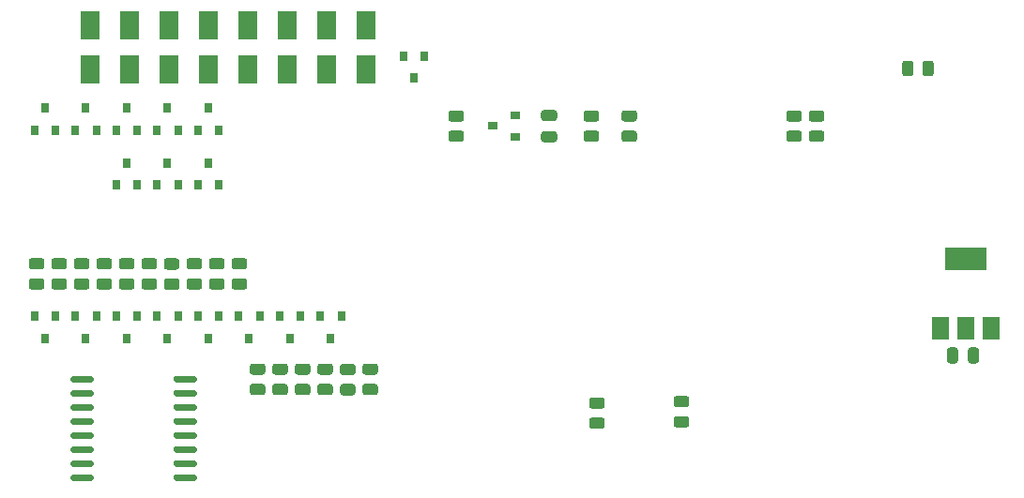
<source format=gtp>
G04 #@! TF.GenerationSoftware,KiCad,Pcbnew,5.1.12-84ad8e8a86~92~ubuntu20.04.1*
G04 #@! TF.CreationDate,2022-02-11T20:38:02+01:00*
G04 #@! TF.ProjectId,ESPHome-Thermostat-pcb,45535048-6f6d-4652-9d54-6865726d6f73,2.0*
G04 #@! TF.SameCoordinates,Original*
G04 #@! TF.FileFunction,Paste,Top*
G04 #@! TF.FilePolarity,Positive*
%FSLAX46Y46*%
G04 Gerber Fmt 4.6, Leading zero omitted, Abs format (unit mm)*
G04 Created by KiCad (PCBNEW 5.1.12-84ad8e8a86~92~ubuntu20.04.1) date 2022-02-11 20:38:02*
%MOMM*%
%LPD*%
G01*
G04 APERTURE LIST*
%ADD10R,0.800000X0.900000*%
%ADD11R,1.500000X2.000000*%
%ADD12R,3.800000X2.000000*%
%ADD13R,0.900000X0.800000*%
%ADD14R,1.800000X2.500000*%
G04 APERTURE END LIST*
G36*
G01*
X102304002Y-95612000D02*
X101403998Y-95612000D01*
G75*
G02*
X101154000Y-95362002I0J249998D01*
G01*
X101154000Y-94836998D01*
G75*
G02*
X101403998Y-94587000I249998J0D01*
G01*
X102304002Y-94587000D01*
G75*
G02*
X102554000Y-94836998I0J-249998D01*
G01*
X102554000Y-95362002D01*
G75*
G02*
X102304002Y-95612000I-249998J0D01*
G01*
G37*
G36*
G01*
X102304002Y-97437000D02*
X101403998Y-97437000D01*
G75*
G02*
X101154000Y-97187002I0J249998D01*
G01*
X101154000Y-96661998D01*
G75*
G02*
X101403998Y-96412000I249998J0D01*
G01*
X102304002Y-96412000D01*
G75*
G02*
X102554000Y-96661998I0J-249998D01*
G01*
X102554000Y-97187002D01*
G75*
G02*
X102304002Y-97437000I-249998J0D01*
G01*
G37*
G36*
G01*
X109023998Y-96285000D02*
X109924002Y-96285000D01*
G75*
G02*
X110174000Y-96534998I0J-249998D01*
G01*
X110174000Y-97060002D01*
G75*
G02*
X109924002Y-97310000I-249998J0D01*
G01*
X109023998Y-97310000D01*
G75*
G02*
X108774000Y-97060002I0J249998D01*
G01*
X108774000Y-96534998D01*
G75*
G02*
X109023998Y-96285000I249998J0D01*
G01*
G37*
G36*
G01*
X109023998Y-94460000D02*
X109924002Y-94460000D01*
G75*
G02*
X110174000Y-94709998I0J-249998D01*
G01*
X110174000Y-95235002D01*
G75*
G02*
X109924002Y-95485000I-249998J0D01*
G01*
X109023998Y-95485000D01*
G75*
G02*
X108774000Y-95235002I0J249998D01*
G01*
X108774000Y-94709998D01*
G75*
G02*
X109023998Y-94460000I249998J0D01*
G01*
G37*
G36*
G01*
X89604002Y-69704000D02*
X88703998Y-69704000D01*
G75*
G02*
X88454000Y-69454002I0J249998D01*
G01*
X88454000Y-68928998D01*
G75*
G02*
X88703998Y-68679000I249998J0D01*
G01*
X89604002Y-68679000D01*
G75*
G02*
X89854000Y-68928998I0J-249998D01*
G01*
X89854000Y-69454002D01*
G75*
G02*
X89604002Y-69704000I-249998J0D01*
G01*
G37*
G36*
G01*
X89604002Y-71529000D02*
X88703998Y-71529000D01*
G75*
G02*
X88454000Y-71279002I0J249998D01*
G01*
X88454000Y-70753998D01*
G75*
G02*
X88703998Y-70504000I249998J0D01*
G01*
X89604002Y-70504000D01*
G75*
G02*
X89854000Y-70753998I0J-249998D01*
G01*
X89854000Y-71279002D01*
G75*
G02*
X89604002Y-71529000I-249998J0D01*
G01*
G37*
D10*
X85344000Y-65770000D03*
X84394000Y-63770000D03*
X86294000Y-63770000D03*
G36*
G01*
X121215998Y-70504000D02*
X122116002Y-70504000D01*
G75*
G02*
X122366000Y-70753998I0J-249998D01*
G01*
X122366000Y-71279002D01*
G75*
G02*
X122116002Y-71529000I-249998J0D01*
G01*
X121215998Y-71529000D01*
G75*
G02*
X120966000Y-71279002I0J249998D01*
G01*
X120966000Y-70753998D01*
G75*
G02*
X121215998Y-70504000I249998J0D01*
G01*
G37*
G36*
G01*
X121215998Y-68679000D02*
X122116002Y-68679000D01*
G75*
G02*
X122366000Y-68928998I0J-249998D01*
G01*
X122366000Y-69454002D01*
G75*
G02*
X122116002Y-69704000I-249998J0D01*
G01*
X121215998Y-69704000D01*
G75*
G02*
X120966000Y-69454002I0J249998D01*
G01*
X120966000Y-68928998D01*
G75*
G02*
X121215998Y-68679000I249998J0D01*
G01*
G37*
G36*
G01*
X120084002Y-69704000D02*
X119183998Y-69704000D01*
G75*
G02*
X118934000Y-69454002I0J249998D01*
G01*
X118934000Y-68928998D01*
G75*
G02*
X119183998Y-68679000I249998J0D01*
G01*
X120084002Y-68679000D01*
G75*
G02*
X120334000Y-68928998I0J-249998D01*
G01*
X120334000Y-69454002D01*
G75*
G02*
X120084002Y-69704000I-249998J0D01*
G01*
G37*
G36*
G01*
X120084002Y-71529000D02*
X119183998Y-71529000D01*
G75*
G02*
X118934000Y-71279002I0J249998D01*
G01*
X118934000Y-70753998D01*
G75*
G02*
X119183998Y-70504000I249998J0D01*
G01*
X120084002Y-70504000D01*
G75*
G02*
X120334000Y-70753998I0J-249998D01*
G01*
X120334000Y-71279002D01*
G75*
G02*
X120084002Y-71529000I-249998J0D01*
G01*
G37*
G36*
G01*
X101796002Y-69704000D02*
X100895998Y-69704000D01*
G75*
G02*
X100646000Y-69454002I0J249998D01*
G01*
X100646000Y-68928998D01*
G75*
G02*
X100895998Y-68679000I249998J0D01*
G01*
X101796002Y-68679000D01*
G75*
G02*
X102046000Y-68928998I0J-249998D01*
G01*
X102046000Y-69454002D01*
G75*
G02*
X101796002Y-69704000I-249998J0D01*
G01*
G37*
G36*
G01*
X101796002Y-71529000D02*
X100895998Y-71529000D01*
G75*
G02*
X100646000Y-71279002I0J249998D01*
G01*
X100646000Y-70753998D01*
G75*
G02*
X100895998Y-70504000I249998J0D01*
G01*
X101796002Y-70504000D01*
G75*
G02*
X102046000Y-70753998I0J-249998D01*
G01*
X102046000Y-71279002D01*
G75*
G02*
X101796002Y-71529000I-249998J0D01*
G01*
G37*
G36*
G01*
X105225002Y-69704000D02*
X104324998Y-69704000D01*
G75*
G02*
X104075000Y-69454002I0J249998D01*
G01*
X104075000Y-68928998D01*
G75*
G02*
X104324998Y-68679000I249998J0D01*
G01*
X105225002Y-68679000D01*
G75*
G02*
X105475000Y-68928998I0J-249998D01*
G01*
X105475000Y-69454002D01*
G75*
G02*
X105225002Y-69704000I-249998J0D01*
G01*
G37*
G36*
G01*
X105225002Y-71529000D02*
X104324998Y-71529000D01*
G75*
G02*
X104075000Y-71279002I0J249998D01*
G01*
X104075000Y-70753998D01*
G75*
G02*
X104324998Y-70504000I249998J0D01*
G01*
X105225002Y-70504000D01*
G75*
G02*
X105475000Y-70753998I0J-249998D01*
G01*
X105475000Y-71279002D01*
G75*
G02*
X105225002Y-71529000I-249998J0D01*
G01*
G37*
G36*
G01*
X65982002Y-83039000D02*
X65081998Y-83039000D01*
G75*
G02*
X64832000Y-82789002I0J249998D01*
G01*
X64832000Y-82263998D01*
G75*
G02*
X65081998Y-82014000I249998J0D01*
G01*
X65982002Y-82014000D01*
G75*
G02*
X66232000Y-82263998I0J-249998D01*
G01*
X66232000Y-82789002D01*
G75*
G02*
X65982002Y-83039000I-249998J0D01*
G01*
G37*
G36*
G01*
X65982002Y-84864000D02*
X65081998Y-84864000D01*
G75*
G02*
X64832000Y-84614002I0J249998D01*
G01*
X64832000Y-84088998D01*
G75*
G02*
X65081998Y-83839000I249998J0D01*
G01*
X65982002Y-83839000D01*
G75*
G02*
X66232000Y-84088998I0J-249998D01*
G01*
X66232000Y-84614002D01*
G75*
G02*
X65982002Y-84864000I-249998J0D01*
G01*
G37*
G36*
G01*
X63049998Y-83862500D02*
X63950002Y-83862500D01*
G75*
G02*
X64200000Y-84112498I0J-249998D01*
G01*
X64200000Y-84637502D01*
G75*
G02*
X63950002Y-84887500I-249998J0D01*
G01*
X63049998Y-84887500D01*
G75*
G02*
X62800000Y-84637502I0J249998D01*
G01*
X62800000Y-84112498D01*
G75*
G02*
X63049998Y-83862500I249998J0D01*
G01*
G37*
G36*
G01*
X63049998Y-82037500D02*
X63950002Y-82037500D01*
G75*
G02*
X64200000Y-82287498I0J-249998D01*
G01*
X64200000Y-82812502D01*
G75*
G02*
X63950002Y-83062500I-249998J0D01*
G01*
X63049998Y-83062500D01*
G75*
G02*
X62800000Y-82812502I0J249998D01*
G01*
X62800000Y-82287498D01*
G75*
G02*
X63049998Y-82037500I249998J0D01*
G01*
G37*
G36*
G01*
X70046002Y-83039000D02*
X69145998Y-83039000D01*
G75*
G02*
X68896000Y-82789002I0J249998D01*
G01*
X68896000Y-82263998D01*
G75*
G02*
X69145998Y-82014000I249998J0D01*
G01*
X70046002Y-82014000D01*
G75*
G02*
X70296000Y-82263998I0J-249998D01*
G01*
X70296000Y-82789002D01*
G75*
G02*
X70046002Y-83039000I-249998J0D01*
G01*
G37*
G36*
G01*
X70046002Y-84864000D02*
X69145998Y-84864000D01*
G75*
G02*
X68896000Y-84614002I0J249998D01*
G01*
X68896000Y-84088998D01*
G75*
G02*
X69145998Y-83839000I249998J0D01*
G01*
X70046002Y-83839000D01*
G75*
G02*
X70296000Y-84088998I0J-249998D01*
G01*
X70296000Y-84614002D01*
G75*
G02*
X70046002Y-84864000I-249998J0D01*
G01*
G37*
G36*
G01*
X67113998Y-83839000D02*
X68014002Y-83839000D01*
G75*
G02*
X68264000Y-84088998I0J-249998D01*
G01*
X68264000Y-84614002D01*
G75*
G02*
X68014002Y-84864000I-249998J0D01*
G01*
X67113998Y-84864000D01*
G75*
G02*
X66864000Y-84614002I0J249998D01*
G01*
X66864000Y-84088998D01*
G75*
G02*
X67113998Y-83839000I249998J0D01*
G01*
G37*
G36*
G01*
X67113998Y-82014000D02*
X68014002Y-82014000D01*
G75*
G02*
X68264000Y-82263998I0J-249998D01*
G01*
X68264000Y-82789002D01*
G75*
G02*
X68014002Y-83039000I-249998J0D01*
G01*
X67113998Y-83039000D01*
G75*
G02*
X66864000Y-82789002I0J249998D01*
G01*
X66864000Y-82263998D01*
G75*
G02*
X67113998Y-82014000I249998J0D01*
G01*
G37*
G36*
G01*
X72828998Y-93364000D02*
X73729002Y-93364000D01*
G75*
G02*
X73979000Y-93613998I0J-249998D01*
G01*
X73979000Y-94139002D01*
G75*
G02*
X73729002Y-94389000I-249998J0D01*
G01*
X72828998Y-94389000D01*
G75*
G02*
X72579000Y-94139002I0J249998D01*
G01*
X72579000Y-93613998D01*
G75*
G02*
X72828998Y-93364000I249998J0D01*
G01*
G37*
G36*
G01*
X72828998Y-91539000D02*
X73729002Y-91539000D01*
G75*
G02*
X73979000Y-91788998I0J-249998D01*
G01*
X73979000Y-92314002D01*
G75*
G02*
X73729002Y-92564000I-249998J0D01*
G01*
X72828998Y-92564000D01*
G75*
G02*
X72579000Y-92314002I0J249998D01*
G01*
X72579000Y-91788998D01*
G75*
G02*
X72828998Y-91539000I249998J0D01*
G01*
G37*
G36*
G01*
X71697002Y-92564000D02*
X70796998Y-92564000D01*
G75*
G02*
X70547000Y-92314002I0J249998D01*
G01*
X70547000Y-91788998D01*
G75*
G02*
X70796998Y-91539000I249998J0D01*
G01*
X71697002Y-91539000D01*
G75*
G02*
X71947000Y-91788998I0J-249998D01*
G01*
X71947000Y-92314002D01*
G75*
G02*
X71697002Y-92564000I-249998J0D01*
G01*
G37*
G36*
G01*
X71697002Y-94389000D02*
X70796998Y-94389000D01*
G75*
G02*
X70547000Y-94139002I0J249998D01*
G01*
X70547000Y-93613998D01*
G75*
G02*
X70796998Y-93364000I249998J0D01*
G01*
X71697002Y-93364000D01*
G75*
G02*
X71947000Y-93613998I0J-249998D01*
G01*
X71947000Y-94139002D01*
G75*
G02*
X71697002Y-94389000I-249998J0D01*
G01*
G37*
G36*
G01*
X53790002Y-83039000D02*
X52889998Y-83039000D01*
G75*
G02*
X52640000Y-82789002I0J249998D01*
G01*
X52640000Y-82263998D01*
G75*
G02*
X52889998Y-82014000I249998J0D01*
G01*
X53790002Y-82014000D01*
G75*
G02*
X54040000Y-82263998I0J-249998D01*
G01*
X54040000Y-82789002D01*
G75*
G02*
X53790002Y-83039000I-249998J0D01*
G01*
G37*
G36*
G01*
X53790002Y-84864000D02*
X52889998Y-84864000D01*
G75*
G02*
X52640000Y-84614002I0J249998D01*
G01*
X52640000Y-84088998D01*
G75*
G02*
X52889998Y-83839000I249998J0D01*
G01*
X53790002Y-83839000D01*
G75*
G02*
X54040000Y-84088998I0J-249998D01*
G01*
X54040000Y-84614002D01*
G75*
G02*
X53790002Y-84864000I-249998J0D01*
G01*
G37*
G36*
G01*
X50857998Y-83839000D02*
X51758002Y-83839000D01*
G75*
G02*
X52008000Y-84088998I0J-249998D01*
G01*
X52008000Y-84614002D01*
G75*
G02*
X51758002Y-84864000I-249998J0D01*
G01*
X50857998Y-84864000D01*
G75*
G02*
X50608000Y-84614002I0J249998D01*
G01*
X50608000Y-84088998D01*
G75*
G02*
X50857998Y-83839000I249998J0D01*
G01*
G37*
G36*
G01*
X50857998Y-82014000D02*
X51758002Y-82014000D01*
G75*
G02*
X52008000Y-82263998I0J-249998D01*
G01*
X52008000Y-82789002D01*
G75*
G02*
X51758002Y-83039000I-249998J0D01*
G01*
X50857998Y-83039000D01*
G75*
G02*
X50608000Y-82789002I0J249998D01*
G01*
X50608000Y-82263998D01*
G75*
G02*
X50857998Y-82014000I249998J0D01*
G01*
G37*
G36*
G01*
X57854002Y-83039000D02*
X56953998Y-83039000D01*
G75*
G02*
X56704000Y-82789002I0J249998D01*
G01*
X56704000Y-82263998D01*
G75*
G02*
X56953998Y-82014000I249998J0D01*
G01*
X57854002Y-82014000D01*
G75*
G02*
X58104000Y-82263998I0J-249998D01*
G01*
X58104000Y-82789002D01*
G75*
G02*
X57854002Y-83039000I-249998J0D01*
G01*
G37*
G36*
G01*
X57854002Y-84864000D02*
X56953998Y-84864000D01*
G75*
G02*
X56704000Y-84614002I0J249998D01*
G01*
X56704000Y-84088998D01*
G75*
G02*
X56953998Y-83839000I249998J0D01*
G01*
X57854002Y-83839000D01*
G75*
G02*
X58104000Y-84088998I0J-249998D01*
G01*
X58104000Y-84614002D01*
G75*
G02*
X57854002Y-84864000I-249998J0D01*
G01*
G37*
G36*
G01*
X54921998Y-83839000D02*
X55822002Y-83839000D01*
G75*
G02*
X56072000Y-84088998I0J-249998D01*
G01*
X56072000Y-84614002D01*
G75*
G02*
X55822002Y-84864000I-249998J0D01*
G01*
X54921998Y-84864000D01*
G75*
G02*
X54672000Y-84614002I0J249998D01*
G01*
X54672000Y-84088998D01*
G75*
G02*
X54921998Y-83839000I249998J0D01*
G01*
G37*
G36*
G01*
X54921998Y-82014000D02*
X55822002Y-82014000D01*
G75*
G02*
X56072000Y-82263998I0J-249998D01*
G01*
X56072000Y-82789002D01*
G75*
G02*
X55822002Y-83039000I-249998J0D01*
G01*
X54921998Y-83039000D01*
G75*
G02*
X54672000Y-82789002I0J249998D01*
G01*
X54672000Y-82263998D01*
G75*
G02*
X54921998Y-82014000I249998J0D01*
G01*
G37*
G36*
G01*
X76892998Y-93364000D02*
X77793002Y-93364000D01*
G75*
G02*
X78043000Y-93613998I0J-249998D01*
G01*
X78043000Y-94139002D01*
G75*
G02*
X77793002Y-94389000I-249998J0D01*
G01*
X76892998Y-94389000D01*
G75*
G02*
X76643000Y-94139002I0J249998D01*
G01*
X76643000Y-93613998D01*
G75*
G02*
X76892998Y-93364000I249998J0D01*
G01*
G37*
G36*
G01*
X76892998Y-91539000D02*
X77793002Y-91539000D01*
G75*
G02*
X78043000Y-91788998I0J-249998D01*
G01*
X78043000Y-92314002D01*
G75*
G02*
X77793002Y-92564000I-249998J0D01*
G01*
X76892998Y-92564000D01*
G75*
G02*
X76643000Y-92314002I0J249998D01*
G01*
X76643000Y-91788998D01*
G75*
G02*
X76892998Y-91539000I249998J0D01*
G01*
G37*
G36*
G01*
X75761002Y-92564000D02*
X74860998Y-92564000D01*
G75*
G02*
X74611000Y-92314002I0J249998D01*
G01*
X74611000Y-91788998D01*
G75*
G02*
X74860998Y-91539000I249998J0D01*
G01*
X75761002Y-91539000D01*
G75*
G02*
X76011000Y-91788998I0J-249998D01*
G01*
X76011000Y-92314002D01*
G75*
G02*
X75761002Y-92564000I-249998J0D01*
G01*
G37*
G36*
G01*
X75761002Y-94389000D02*
X74860998Y-94389000D01*
G75*
G02*
X74611000Y-94139002I0J249998D01*
G01*
X74611000Y-93613998D01*
G75*
G02*
X74860998Y-93364000I249998J0D01*
G01*
X75761002Y-93364000D01*
G75*
G02*
X76011000Y-93613998I0J-249998D01*
G01*
X76011000Y-94139002D01*
G75*
G02*
X75761002Y-94389000I-249998J0D01*
G01*
G37*
G36*
G01*
X61918002Y-83039000D02*
X61017998Y-83039000D01*
G75*
G02*
X60768000Y-82789002I0J249998D01*
G01*
X60768000Y-82263998D01*
G75*
G02*
X61017998Y-82014000I249998J0D01*
G01*
X61918002Y-82014000D01*
G75*
G02*
X62168000Y-82263998I0J-249998D01*
G01*
X62168000Y-82789002D01*
G75*
G02*
X61918002Y-83039000I-249998J0D01*
G01*
G37*
G36*
G01*
X61918002Y-84864000D02*
X61017998Y-84864000D01*
G75*
G02*
X60768000Y-84614002I0J249998D01*
G01*
X60768000Y-84088998D01*
G75*
G02*
X61017998Y-83839000I249998J0D01*
G01*
X61918002Y-83839000D01*
G75*
G02*
X62168000Y-84088998I0J-249998D01*
G01*
X62168000Y-84614002D01*
G75*
G02*
X61918002Y-84864000I-249998J0D01*
G01*
G37*
G36*
G01*
X58985998Y-83839000D02*
X59886002Y-83839000D01*
G75*
G02*
X60136000Y-84088998I0J-249998D01*
G01*
X60136000Y-84614002D01*
G75*
G02*
X59886002Y-84864000I-249998J0D01*
G01*
X58985998Y-84864000D01*
G75*
G02*
X58736000Y-84614002I0J249998D01*
G01*
X58736000Y-84088998D01*
G75*
G02*
X58985998Y-83839000I249998J0D01*
G01*
G37*
G36*
G01*
X58985998Y-82014000D02*
X59886002Y-82014000D01*
G75*
G02*
X60136000Y-82263998I0J-249998D01*
G01*
X60136000Y-82789002D01*
G75*
G02*
X59886002Y-83039000I-249998J0D01*
G01*
X58985998Y-83039000D01*
G75*
G02*
X58736000Y-82789002I0J249998D01*
G01*
X58736000Y-82263998D01*
G75*
G02*
X58985998Y-82014000I249998J0D01*
G01*
G37*
G36*
G01*
X80956998Y-93364000D02*
X81857002Y-93364000D01*
G75*
G02*
X82107000Y-93613998I0J-249998D01*
G01*
X82107000Y-94139002D01*
G75*
G02*
X81857002Y-94389000I-249998J0D01*
G01*
X80956998Y-94389000D01*
G75*
G02*
X80707000Y-94139002I0J249998D01*
G01*
X80707000Y-93613998D01*
G75*
G02*
X80956998Y-93364000I249998J0D01*
G01*
G37*
G36*
G01*
X80956998Y-91539000D02*
X81857002Y-91539000D01*
G75*
G02*
X82107000Y-91788998I0J-249998D01*
G01*
X82107000Y-92314002D01*
G75*
G02*
X81857002Y-92564000I-249998J0D01*
G01*
X80956998Y-92564000D01*
G75*
G02*
X80707000Y-92314002I0J249998D01*
G01*
X80707000Y-91788998D01*
G75*
G02*
X80956998Y-91539000I249998J0D01*
G01*
G37*
G36*
G01*
X79825002Y-92587500D02*
X78924998Y-92587500D01*
G75*
G02*
X78675000Y-92337502I0J249998D01*
G01*
X78675000Y-91812498D01*
G75*
G02*
X78924998Y-91562500I249998J0D01*
G01*
X79825002Y-91562500D01*
G75*
G02*
X80075000Y-91812498I0J-249998D01*
G01*
X80075000Y-92337502D01*
G75*
G02*
X79825002Y-92587500I-249998J0D01*
G01*
G37*
G36*
G01*
X79825002Y-94412500D02*
X78924998Y-94412500D01*
G75*
G02*
X78675000Y-94162502I0J249998D01*
G01*
X78675000Y-93637498D01*
G75*
G02*
X78924998Y-93387500I249998J0D01*
G01*
X79825002Y-93387500D01*
G75*
G02*
X80075000Y-93637498I0J-249998D01*
G01*
X80075000Y-94162502D01*
G75*
G02*
X79825002Y-94412500I-249998J0D01*
G01*
G37*
G36*
G01*
X131210000Y-65347002D02*
X131210000Y-64446998D01*
G75*
G02*
X131459998Y-64197000I249998J0D01*
G01*
X131985002Y-64197000D01*
G75*
G02*
X132235000Y-64446998I0J-249998D01*
G01*
X132235000Y-65347002D01*
G75*
G02*
X131985002Y-65597000I-249998J0D01*
G01*
X131459998Y-65597000D01*
G75*
G02*
X131210000Y-65347002I0J249998D01*
G01*
G37*
G36*
G01*
X129385000Y-65347002D02*
X129385000Y-64446998D01*
G75*
G02*
X129634998Y-64197000I249998J0D01*
G01*
X130160002Y-64197000D01*
G75*
G02*
X130410000Y-64446998I0J-249998D01*
G01*
X130410000Y-65347002D01*
G75*
G02*
X130160002Y-65597000I-249998J0D01*
G01*
X129634998Y-65597000D01*
G75*
G02*
X129385000Y-65347002I0J249998D01*
G01*
G37*
G36*
G01*
X134424000Y-90330000D02*
X134424000Y-91280000D01*
G75*
G02*
X134174000Y-91530000I-250000J0D01*
G01*
X133674000Y-91530000D01*
G75*
G02*
X133424000Y-91280000I0J250000D01*
G01*
X133424000Y-90330000D01*
G75*
G02*
X133674000Y-90080000I250000J0D01*
G01*
X134174000Y-90080000D01*
G75*
G02*
X134424000Y-90330000I0J-250000D01*
G01*
G37*
G36*
G01*
X136324000Y-90330000D02*
X136324000Y-91280000D01*
G75*
G02*
X136074000Y-91530000I-250000J0D01*
G01*
X135574000Y-91530000D01*
G75*
G02*
X135324000Y-91280000I0J250000D01*
G01*
X135324000Y-90330000D01*
G75*
G02*
X135574000Y-90080000I250000J0D01*
G01*
X136074000Y-90080000D01*
G75*
G02*
X136324000Y-90330000I0J-250000D01*
G01*
G37*
G36*
G01*
X97061000Y-70554000D02*
X98011000Y-70554000D01*
G75*
G02*
X98261000Y-70804000I0J-250000D01*
G01*
X98261000Y-71304000D01*
G75*
G02*
X98011000Y-71554000I-250000J0D01*
G01*
X97061000Y-71554000D01*
G75*
G02*
X96811000Y-71304000I0J250000D01*
G01*
X96811000Y-70804000D01*
G75*
G02*
X97061000Y-70554000I250000J0D01*
G01*
G37*
G36*
G01*
X97061000Y-68654000D02*
X98011000Y-68654000D01*
G75*
G02*
X98261000Y-68904000I0J-250000D01*
G01*
X98261000Y-69404000D01*
G75*
G02*
X98011000Y-69654000I-250000J0D01*
G01*
X97061000Y-69654000D01*
G75*
G02*
X96811000Y-69404000I0J250000D01*
G01*
X96811000Y-68904000D01*
G75*
G02*
X97061000Y-68654000I250000J0D01*
G01*
G37*
D11*
X132828000Y-88367000D03*
X137428000Y-88367000D03*
X135128000Y-88367000D03*
D12*
X135128000Y-82067000D03*
D13*
X92472000Y-70104000D03*
X94472000Y-69154000D03*
X94472000Y-71054000D03*
D10*
X63119000Y-68469000D03*
X64069000Y-70469000D03*
X62169000Y-70469000D03*
X63119000Y-89265000D03*
X62169000Y-87265000D03*
X64069000Y-87265000D03*
X66802000Y-68469000D03*
X67752000Y-70469000D03*
X65852000Y-70469000D03*
X66802000Y-89265000D03*
X65852000Y-87265000D03*
X67752000Y-87265000D03*
X59436000Y-73422000D03*
X60386000Y-75422000D03*
X58486000Y-75422000D03*
X70485000Y-89265000D03*
X69535000Y-87265000D03*
X71435000Y-87265000D03*
X52070000Y-68469000D03*
X53020000Y-70469000D03*
X51120000Y-70469000D03*
X52070000Y-89265000D03*
X51120000Y-87265000D03*
X53020000Y-87265000D03*
X55753000Y-68469000D03*
X56703000Y-70469000D03*
X54803000Y-70469000D03*
X63119000Y-73422000D03*
X64069000Y-75422000D03*
X62169000Y-75422000D03*
X55753000Y-89265000D03*
X54803000Y-87265000D03*
X56703000Y-87265000D03*
X74168000Y-89265000D03*
X73218000Y-87265000D03*
X75118000Y-87265000D03*
X59436000Y-68469000D03*
X60386000Y-70469000D03*
X58486000Y-70469000D03*
X59436000Y-89265000D03*
X58486000Y-87265000D03*
X60386000Y-87265000D03*
D14*
X66802000Y-64992000D03*
X66802000Y-60992000D03*
X70358000Y-64992000D03*
X70358000Y-60992000D03*
X73914000Y-64992000D03*
X73914000Y-60992000D03*
X56134000Y-65024000D03*
X56134000Y-61024000D03*
X59690000Y-64992000D03*
X59690000Y-60992000D03*
X77470000Y-64992000D03*
X77470000Y-60992000D03*
X63246000Y-64992000D03*
X63246000Y-60992000D03*
X81026000Y-64992000D03*
X81026000Y-60992000D03*
D10*
X77851000Y-89265000D03*
X76901000Y-87265000D03*
X78801000Y-87265000D03*
X66802000Y-73422000D03*
X67752000Y-75422000D03*
X65852000Y-75422000D03*
G36*
G01*
X56446000Y-101704000D02*
X56446000Y-102004000D01*
G75*
G02*
X56296000Y-102154000I-150000J0D01*
G01*
X54546000Y-102154000D01*
G75*
G02*
X54396000Y-102004000I0J150000D01*
G01*
X54396000Y-101704000D01*
G75*
G02*
X54546000Y-101554000I150000J0D01*
G01*
X56296000Y-101554000D01*
G75*
G02*
X56446000Y-101704000I0J-150000D01*
G01*
G37*
G36*
G01*
X56446000Y-100434000D02*
X56446000Y-100734000D01*
G75*
G02*
X56296000Y-100884000I-150000J0D01*
G01*
X54546000Y-100884000D01*
G75*
G02*
X54396000Y-100734000I0J150000D01*
G01*
X54396000Y-100434000D01*
G75*
G02*
X54546000Y-100284000I150000J0D01*
G01*
X56296000Y-100284000D01*
G75*
G02*
X56446000Y-100434000I0J-150000D01*
G01*
G37*
G36*
G01*
X56446000Y-99164000D02*
X56446000Y-99464000D01*
G75*
G02*
X56296000Y-99614000I-150000J0D01*
G01*
X54546000Y-99614000D01*
G75*
G02*
X54396000Y-99464000I0J150000D01*
G01*
X54396000Y-99164000D01*
G75*
G02*
X54546000Y-99014000I150000J0D01*
G01*
X56296000Y-99014000D01*
G75*
G02*
X56446000Y-99164000I0J-150000D01*
G01*
G37*
G36*
G01*
X56446000Y-97894000D02*
X56446000Y-98194000D01*
G75*
G02*
X56296000Y-98344000I-150000J0D01*
G01*
X54546000Y-98344000D01*
G75*
G02*
X54396000Y-98194000I0J150000D01*
G01*
X54396000Y-97894000D01*
G75*
G02*
X54546000Y-97744000I150000J0D01*
G01*
X56296000Y-97744000D01*
G75*
G02*
X56446000Y-97894000I0J-150000D01*
G01*
G37*
G36*
G01*
X56446000Y-96624000D02*
X56446000Y-96924000D01*
G75*
G02*
X56296000Y-97074000I-150000J0D01*
G01*
X54546000Y-97074000D01*
G75*
G02*
X54396000Y-96924000I0J150000D01*
G01*
X54396000Y-96624000D01*
G75*
G02*
X54546000Y-96474000I150000J0D01*
G01*
X56296000Y-96474000D01*
G75*
G02*
X56446000Y-96624000I0J-150000D01*
G01*
G37*
G36*
G01*
X56446000Y-95354000D02*
X56446000Y-95654000D01*
G75*
G02*
X56296000Y-95804000I-150000J0D01*
G01*
X54546000Y-95804000D01*
G75*
G02*
X54396000Y-95654000I0J150000D01*
G01*
X54396000Y-95354000D01*
G75*
G02*
X54546000Y-95204000I150000J0D01*
G01*
X56296000Y-95204000D01*
G75*
G02*
X56446000Y-95354000I0J-150000D01*
G01*
G37*
G36*
G01*
X56446000Y-94084000D02*
X56446000Y-94384000D01*
G75*
G02*
X56296000Y-94534000I-150000J0D01*
G01*
X54546000Y-94534000D01*
G75*
G02*
X54396000Y-94384000I0J150000D01*
G01*
X54396000Y-94084000D01*
G75*
G02*
X54546000Y-93934000I150000J0D01*
G01*
X56296000Y-93934000D01*
G75*
G02*
X56446000Y-94084000I0J-150000D01*
G01*
G37*
G36*
G01*
X56446000Y-92814000D02*
X56446000Y-93114000D01*
G75*
G02*
X56296000Y-93264000I-150000J0D01*
G01*
X54546000Y-93264000D01*
G75*
G02*
X54396000Y-93114000I0J150000D01*
G01*
X54396000Y-92814000D01*
G75*
G02*
X54546000Y-92664000I150000J0D01*
G01*
X56296000Y-92664000D01*
G75*
G02*
X56446000Y-92814000I0J-150000D01*
G01*
G37*
G36*
G01*
X65746000Y-92814000D02*
X65746000Y-93114000D01*
G75*
G02*
X65596000Y-93264000I-150000J0D01*
G01*
X63846000Y-93264000D01*
G75*
G02*
X63696000Y-93114000I0J150000D01*
G01*
X63696000Y-92814000D01*
G75*
G02*
X63846000Y-92664000I150000J0D01*
G01*
X65596000Y-92664000D01*
G75*
G02*
X65746000Y-92814000I0J-150000D01*
G01*
G37*
G36*
G01*
X65746000Y-94084000D02*
X65746000Y-94384000D01*
G75*
G02*
X65596000Y-94534000I-150000J0D01*
G01*
X63846000Y-94534000D01*
G75*
G02*
X63696000Y-94384000I0J150000D01*
G01*
X63696000Y-94084000D01*
G75*
G02*
X63846000Y-93934000I150000J0D01*
G01*
X65596000Y-93934000D01*
G75*
G02*
X65746000Y-94084000I0J-150000D01*
G01*
G37*
G36*
G01*
X65746000Y-95354000D02*
X65746000Y-95654000D01*
G75*
G02*
X65596000Y-95804000I-150000J0D01*
G01*
X63846000Y-95804000D01*
G75*
G02*
X63696000Y-95654000I0J150000D01*
G01*
X63696000Y-95354000D01*
G75*
G02*
X63846000Y-95204000I150000J0D01*
G01*
X65596000Y-95204000D01*
G75*
G02*
X65746000Y-95354000I0J-150000D01*
G01*
G37*
G36*
G01*
X65746000Y-96624000D02*
X65746000Y-96924000D01*
G75*
G02*
X65596000Y-97074000I-150000J0D01*
G01*
X63846000Y-97074000D01*
G75*
G02*
X63696000Y-96924000I0J150000D01*
G01*
X63696000Y-96624000D01*
G75*
G02*
X63846000Y-96474000I150000J0D01*
G01*
X65596000Y-96474000D01*
G75*
G02*
X65746000Y-96624000I0J-150000D01*
G01*
G37*
G36*
G01*
X65746000Y-97894000D02*
X65746000Y-98194000D01*
G75*
G02*
X65596000Y-98344000I-150000J0D01*
G01*
X63846000Y-98344000D01*
G75*
G02*
X63696000Y-98194000I0J150000D01*
G01*
X63696000Y-97894000D01*
G75*
G02*
X63846000Y-97744000I150000J0D01*
G01*
X65596000Y-97744000D01*
G75*
G02*
X65746000Y-97894000I0J-150000D01*
G01*
G37*
G36*
G01*
X65746000Y-99164000D02*
X65746000Y-99464000D01*
G75*
G02*
X65596000Y-99614000I-150000J0D01*
G01*
X63846000Y-99614000D01*
G75*
G02*
X63696000Y-99464000I0J150000D01*
G01*
X63696000Y-99164000D01*
G75*
G02*
X63846000Y-99014000I150000J0D01*
G01*
X65596000Y-99014000D01*
G75*
G02*
X65746000Y-99164000I0J-150000D01*
G01*
G37*
G36*
G01*
X65746000Y-100434000D02*
X65746000Y-100734000D01*
G75*
G02*
X65596000Y-100884000I-150000J0D01*
G01*
X63846000Y-100884000D01*
G75*
G02*
X63696000Y-100734000I0J150000D01*
G01*
X63696000Y-100434000D01*
G75*
G02*
X63846000Y-100284000I150000J0D01*
G01*
X65596000Y-100284000D01*
G75*
G02*
X65746000Y-100434000I0J-150000D01*
G01*
G37*
G36*
G01*
X65746000Y-101704000D02*
X65746000Y-102004000D01*
G75*
G02*
X65596000Y-102154000I-150000J0D01*
G01*
X63846000Y-102154000D01*
G75*
G02*
X63696000Y-102004000I0J150000D01*
G01*
X63696000Y-101704000D01*
G75*
G02*
X63846000Y-101554000I150000J0D01*
G01*
X65596000Y-101554000D01*
G75*
G02*
X65746000Y-101704000I0J-150000D01*
G01*
G37*
M02*

</source>
